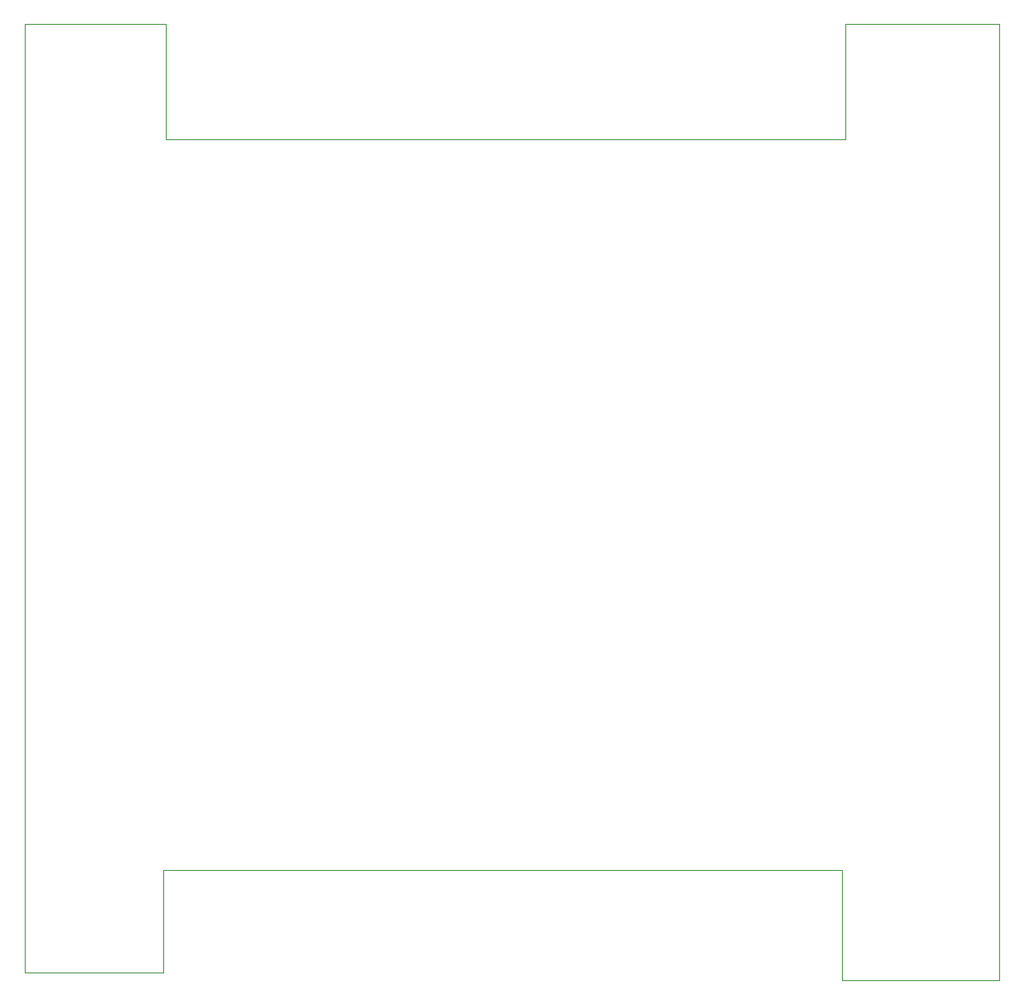
<source format=gm1>
G04 #@! TF.GenerationSoftware,KiCad,Pcbnew,(6.0.11)*
G04 #@! TF.CreationDate,2023-06-15T16:04:14+03:00*
G04 #@! TF.ProjectId,flyback_48V_48W,666c7962-6163-46b5-9f34-38565f343857,rev?*
G04 #@! TF.SameCoordinates,Original*
G04 #@! TF.FileFunction,Profile,NP*
%FSLAX46Y46*%
G04 Gerber Fmt 4.6, Leading zero omitted, Abs format (unit mm)*
G04 Created by KiCad (PCBNEW (6.0.11)) date 2023-06-15 16:04:14*
%MOMM*%
%LPD*%
G01*
G04 APERTURE LIST*
G04 #@! TA.AperFunction,Profile*
%ADD10C,0.100000*%
G04 #@! TD*
G04 APERTURE END LIST*
D10*
X180000000Y-101600000D02*
X180000000Y-112522000D01*
X112776000Y-101600000D02*
X180000000Y-101600000D01*
X112776000Y-111760000D02*
X112776000Y-101600000D01*
X99060000Y-111760000D02*
X112776000Y-111760000D01*
X195580000Y-112522000D02*
X180000000Y-112522000D01*
X195580000Y-17780000D02*
X195580000Y-112522000D01*
X180340000Y-17780000D02*
X195580000Y-17780000D01*
X180340000Y-29210000D02*
X180340000Y-17780000D01*
X113030000Y-29210000D02*
X180340000Y-29210000D01*
X113030000Y-17780000D02*
X113030000Y-29210000D01*
X99060000Y-17780000D02*
X113030000Y-17780000D01*
X99060000Y-111760000D02*
X99060000Y-17780000D01*
M02*

</source>
